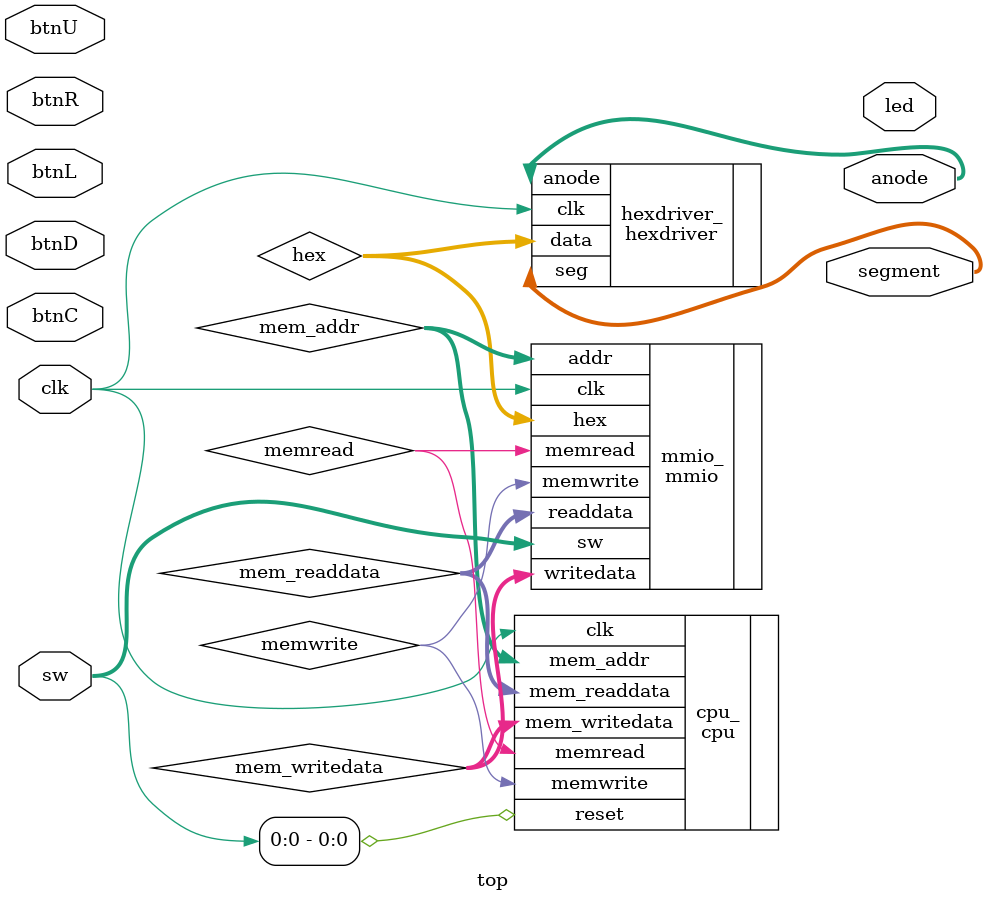
<source format=sv>
`timescale 1ns / 1ps `default_nettype none

module top (
    input wire logic clk,
    input logic btnC,
    input logic btnU,
    input logic btnL,
    input logic btnR,
    input logic btnD,
    input logic [15:0] sw,
    output logic [3:0] anode,
    output logic [7:0] segment,
    output logic [15:0] led
);

    logic memread;
    logic memwrite;
    logic [31:0] mem_addr;
    logic [31:0] mem_writedata;
    logic [31:0] mem_readdata;

    logic [15:0] hex;

    mmio mmio_ (
        .clk(clk),
        .memread(memread),
        .memwrite(memwrite),
        .addr(mem_addr),
        .writedata(mem_writedata),
        .readdata(mem_readdata),

        .hex(hex),
        .sw(sw)
    );

    cpu cpu_ (
        .clk(clk),
        .reset(sw[0]),
        .memread(memread),
        .memwrite(memwrite),
        .mem_addr(mem_addr),
        .mem_writedata(mem_writedata),
        .mem_readdata(mem_readdata)
    );

    hexdriver hexdriver_ (
        .clk(clk),
        .data(hex),
        .anode(anode),
        .seg(segment)
    );

endmodule

</source>
